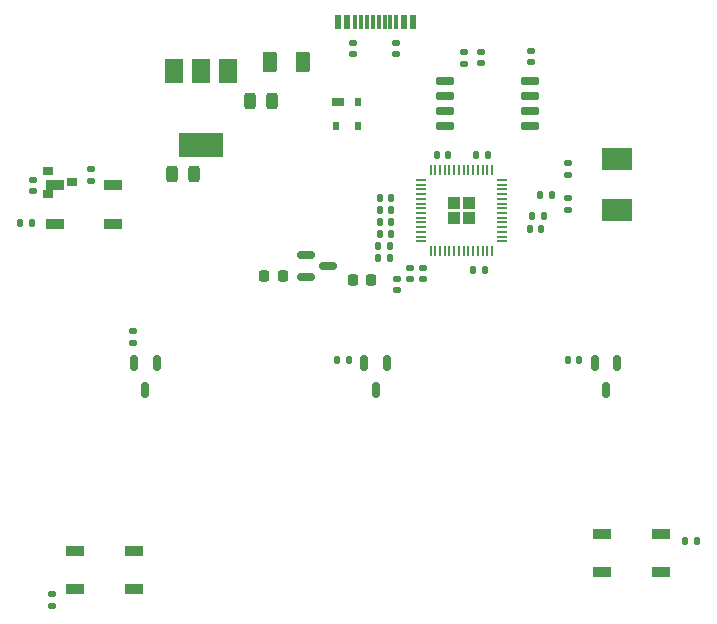
<source format=gbr>
G04 #@! TF.GenerationSoftware,KiCad,Pcbnew,(7.0.0-0)*
G04 #@! TF.CreationDate,2023-03-03T19:29:23-06:00*
G04 #@! TF.ProjectId,RP2040_minimal,52503230-3430-45f6-9d69-6e696d616c2e,REV1*
G04 #@! TF.SameCoordinates,Original*
G04 #@! TF.FileFunction,Paste,Bot*
G04 #@! TF.FilePolarity,Positive*
%FSLAX46Y46*%
G04 Gerber Fmt 4.6, Leading zero omitted, Abs format (unit mm)*
G04 Created by KiCad (PCBNEW (7.0.0-0)) date 2023-03-03 19:29:23*
%MOMM*%
%LPD*%
G01*
G04 APERTURE LIST*
G04 Aperture macros list*
%AMRoundRect*
0 Rectangle with rounded corners*
0 $1 Rounding radius*
0 $2 $3 $4 $5 $6 $7 $8 $9 X,Y pos of 4 corners*
0 Add a 4 corners polygon primitive as box body*
4,1,4,$2,$3,$4,$5,$6,$7,$8,$9,$2,$3,0*
0 Add four circle primitives for the rounded corners*
1,1,$1+$1,$2,$3*
1,1,$1+$1,$4,$5*
1,1,$1+$1,$6,$7*
1,1,$1+$1,$8,$9*
0 Add four rect primitives between the rounded corners*
20,1,$1+$1,$2,$3,$4,$5,0*
20,1,$1+$1,$4,$5,$6,$7,0*
20,1,$1+$1,$6,$7,$8,$9,0*
20,1,$1+$1,$8,$9,$2,$3,0*%
G04 Aperture macros list end*
%ADD10R,1.500000X0.900000*%
%ADD11RoundRect,0.140000X0.140000X0.170000X-0.140000X0.170000X-0.140000X-0.170000X0.140000X-0.170000X0*%
%ADD12RoundRect,0.243750X0.243750X0.456250X-0.243750X0.456250X-0.243750X-0.456250X0.243750X-0.456250X0*%
%ADD13RoundRect,0.147500X0.147500X0.172500X-0.147500X0.172500X-0.147500X-0.172500X0.147500X-0.172500X0*%
%ADD14RoundRect,0.147500X-0.147500X-0.172500X0.147500X-0.172500X0.147500X0.172500X-0.147500X0.172500X0*%
%ADD15R,1.500000X2.000000*%
%ADD16R,3.800000X2.000000*%
%ADD17RoundRect,0.150000X0.650000X0.150000X-0.650000X0.150000X-0.650000X-0.150000X0.650000X-0.150000X0*%
%ADD18RoundRect,0.147500X-0.172500X0.147500X-0.172500X-0.147500X0.172500X-0.147500X0.172500X0.147500X0*%
%ADD19RoundRect,0.243750X-0.243750X-0.456250X0.243750X-0.456250X0.243750X0.456250X-0.243750X0.456250X0*%
%ADD20RoundRect,0.147500X0.172500X-0.147500X0.172500X0.147500X-0.172500X0.147500X-0.172500X-0.147500X0*%
%ADD21RoundRect,0.250000X-0.292217X0.292217X-0.292217X-0.292217X0.292217X-0.292217X0.292217X0.292217X0*%
%ADD22RoundRect,0.050000X-0.050000X0.387500X-0.050000X-0.387500X0.050000X-0.387500X0.050000X0.387500X0*%
%ADD23RoundRect,0.050000X-0.387500X0.050000X-0.387500X-0.050000X0.387500X-0.050000X0.387500X0.050000X0*%
%ADD24R,2.600000X1.900000*%
%ADD25RoundRect,0.140000X-0.170000X0.140000X-0.170000X-0.140000X0.170000X-0.140000X0.170000X0.140000X0*%
%ADD26R,1.501140X0.899160*%
%ADD27RoundRect,0.225000X-0.225000X-0.250000X0.225000X-0.250000X0.225000X0.250000X-0.225000X0.250000X0*%
%ADD28RoundRect,0.150000X-0.150000X0.512500X-0.150000X-0.512500X0.150000X-0.512500X0.150000X0.512500X0*%
%ADD29R,0.900000X0.800000*%
%ADD30R,0.600000X1.150000*%
%ADD31R,0.300000X1.150000*%
%ADD32R,0.600000X0.700000*%
%ADD33R,1.000000X0.700000*%
%ADD34RoundRect,0.150000X-0.587500X-0.150000X0.587500X-0.150000X0.587500X0.150000X-0.587500X0.150000X0*%
%ADD35RoundRect,0.140000X-0.140000X-0.170000X0.140000X-0.170000X0.140000X0.170000X-0.140000X0.170000X0*%
%ADD36RoundRect,0.140000X0.170000X-0.140000X0.170000X0.140000X-0.170000X0.140000X-0.170000X-0.140000X0*%
%ADD37RoundRect,0.250000X0.375000X0.625000X-0.375000X0.625000X-0.375000X-0.625000X0.375000X-0.625000X0*%
G04 APERTURE END LIST*
D10*
X72819999Y-87079999D03*
X72819999Y-83779999D03*
X77719999Y-83779999D03*
X77719999Y-87079999D03*
D11*
X70880000Y-87040000D03*
X69920000Y-87040000D03*
D12*
X82762500Y-82890000D03*
X84637500Y-82890000D03*
D13*
X101207500Y-89970000D03*
X100237500Y-89970000D03*
X101207500Y-88970000D03*
X100237500Y-88970000D03*
D14*
X108277500Y-91017500D03*
X109247500Y-91017500D03*
D15*
X87509999Y-74129999D03*
D16*
X85209999Y-80429999D03*
D15*
X85209999Y-74129999D03*
X82909999Y-74129999D03*
D17*
X105890000Y-74995000D03*
X105890000Y-76265000D03*
X105890000Y-77535000D03*
X105890000Y-78805000D03*
X113090000Y-78805000D03*
X113090000Y-77535000D03*
X113090000Y-76265000D03*
X113090000Y-74995000D03*
D18*
X116325019Y-85908500D03*
X116325019Y-84938500D03*
D13*
X101322500Y-85937500D03*
X100352500Y-85937500D03*
D14*
X105155000Y-81250000D03*
X106125000Y-81250000D03*
X113272500Y-86383500D03*
X114242500Y-86383500D03*
X100351624Y-86955000D03*
X101321624Y-86955000D03*
X113032500Y-87490000D03*
X114002500Y-87490000D03*
D19*
X91257500Y-76670000D03*
X89382500Y-76670000D03*
D14*
X108505000Y-81220000D03*
X109475000Y-81220000D03*
D20*
X108880000Y-72525000D03*
X108880000Y-73495000D03*
D21*
X107885000Y-85330000D03*
X106610000Y-85330000D03*
X107885000Y-86605000D03*
X106610000Y-86605000D03*
D22*
X104647500Y-82530000D03*
X105047500Y-82530000D03*
X105447500Y-82530000D03*
X105847500Y-82530000D03*
X106247500Y-82530000D03*
X106647500Y-82530000D03*
X107047500Y-82530000D03*
X107447500Y-82530000D03*
X107847500Y-82530000D03*
X108247500Y-82530000D03*
X108647500Y-82530000D03*
X109047500Y-82530000D03*
X109447500Y-82530000D03*
X109847500Y-82530000D03*
D23*
X110685000Y-83367500D03*
X110685000Y-83767500D03*
X110685000Y-84167500D03*
X110685000Y-84567500D03*
X110685000Y-84967500D03*
X110685000Y-85367500D03*
X110685000Y-85767500D03*
X110685000Y-86167500D03*
X110685000Y-86567500D03*
X110685000Y-86967500D03*
X110685000Y-87367500D03*
X110685000Y-87767500D03*
X110685000Y-88167500D03*
X110685000Y-88567500D03*
D22*
X109847500Y-89405000D03*
X109447500Y-89405000D03*
X109047500Y-89405000D03*
X108647500Y-89405000D03*
X108247500Y-89405000D03*
X107847500Y-89405000D03*
X107447500Y-89405000D03*
X107047500Y-89405000D03*
X106647500Y-89405000D03*
X106247500Y-89405000D03*
X105847500Y-89405000D03*
X105447500Y-89405000D03*
X105047500Y-89405000D03*
X104647500Y-89405000D03*
D23*
X103810000Y-88567500D03*
X103810000Y-88167500D03*
X103810000Y-87767500D03*
X103810000Y-87367500D03*
X103810000Y-86967500D03*
X103810000Y-86567500D03*
X103810000Y-86167500D03*
X103810000Y-85767500D03*
X103810000Y-85367500D03*
X103810000Y-84967500D03*
X103810000Y-84567500D03*
X103810000Y-84167500D03*
X103810000Y-83767500D03*
X103810000Y-83367500D03*
D20*
X116325019Y-81968500D03*
X116325019Y-82938500D03*
D14*
X100351624Y-87955000D03*
X101321624Y-87955000D03*
D13*
X101332500Y-84857500D03*
X100362500Y-84857500D03*
D20*
X107460000Y-72545000D03*
X107460000Y-73515000D03*
D14*
X114925019Y-84638500D03*
X113955019Y-84638500D03*
D24*
X120441018Y-85929499D03*
X120441018Y-81629499D03*
D25*
X79480000Y-96190000D03*
X79480000Y-97150000D03*
X72589360Y-118469800D03*
X72589360Y-119429800D03*
D26*
X124174679Y-113339799D03*
X124174679Y-116540199D03*
X119175959Y-116540199D03*
X119175959Y-113339799D03*
D27*
X98092500Y-91881000D03*
X99642500Y-91881000D03*
D28*
X118550000Y-98862500D03*
X120450000Y-98862500D03*
X119500000Y-101137500D03*
D29*
X74279999Y-83579999D03*
X72279999Y-82629999D03*
X72279999Y-84529999D03*
D30*
X96799999Y-69989999D03*
X97599999Y-69989999D03*
D31*
X98749999Y-69989999D03*
X99749999Y-69989999D03*
X100249999Y-69989999D03*
X101249999Y-69989999D03*
D30*
X102399999Y-69989999D03*
X103199999Y-69989999D03*
X103199999Y-69989999D03*
X102399999Y-69989999D03*
D31*
X101749999Y-69989999D03*
X100749999Y-69989999D03*
X99249999Y-69989999D03*
X98249999Y-69989999D03*
D30*
X97599999Y-69989999D03*
X96799999Y-69989999D03*
D27*
X90562500Y-91541000D03*
X92112500Y-91541000D03*
D32*
X96609999Y-78794999D03*
X98509999Y-78794999D03*
X98509999Y-76794999D03*
D33*
X96809999Y-76794999D03*
D28*
X99050000Y-98862500D03*
X100950000Y-98862500D03*
X100000000Y-101137500D03*
D34*
X94090000Y-91625000D03*
X94090000Y-89725000D03*
X95965000Y-90675000D03*
D25*
X98080000Y-71740000D03*
X98080000Y-72700000D03*
X75910000Y-83420000D03*
X75910000Y-82460000D03*
D18*
X101820000Y-91725000D03*
X101820000Y-92695000D03*
D28*
X79550000Y-98862500D03*
X81450000Y-98862500D03*
X80500000Y-101137500D03*
D18*
X103970000Y-90815000D03*
X103970000Y-91785000D03*
X102910000Y-90825000D03*
X102910000Y-91795000D03*
D35*
X126229320Y-113920000D03*
X127189320Y-113920000D03*
X96760000Y-98580000D03*
X97720000Y-98580000D03*
D25*
X101740000Y-71760000D03*
X101740000Y-72720000D03*
D35*
X116280000Y-98580000D03*
X117240000Y-98580000D03*
D36*
X70980000Y-83350000D03*
X70980000Y-84310000D03*
D26*
X74539999Y-118019999D03*
X74539999Y-114819599D03*
X79538719Y-114819599D03*
X79538719Y-118019999D03*
D25*
X113130000Y-73420000D03*
X113130000Y-72460000D03*
D37*
X91080000Y-73400000D03*
X93880000Y-73400000D03*
M02*

</source>
